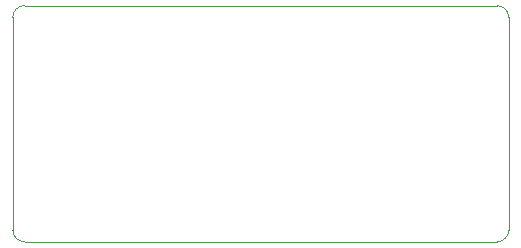
<source format=gbr>
%TF.GenerationSoftware,KiCad,Pcbnew,8.0.6*%
%TF.CreationDate,2024-12-17T20:27:34+00:00*%
%TF.ProjectId,003-UART-1602,3030332d-5541-4525-942d-313630322e6b,MkI*%
%TF.SameCoordinates,Original*%
%TF.FileFunction,Profile,NP*%
%FSLAX46Y46*%
G04 Gerber Fmt 4.6, Leading zero omitted, Abs format (unit mm)*
G04 Created by KiCad (PCBNEW 8.0.6) date 2024-12-17 20:27:34*
%MOMM*%
%LPD*%
G01*
G04 APERTURE LIST*
%TA.AperFunction,Profile*%
%ADD10C,0.050000*%
%TD*%
G04 APERTURE END LIST*
D10*
X72020000Y-61250000D02*
G75*
G02*
X73020000Y-62250000I0J-1000000D01*
G01*
X73020000Y-80250000D02*
G75*
G02*
X72020000Y-81250000I-1000000J0D01*
G01*
X31020000Y-62250000D02*
G75*
G02*
X32020000Y-61250000I1000000J0D01*
G01*
X32020000Y-81250000D02*
G75*
G02*
X31020000Y-80250000I0J1000000D01*
G01*
X72020000Y-61250000D02*
X32020000Y-61250000D01*
X73020000Y-80250000D02*
X73020000Y-62250000D01*
X32020000Y-81250000D02*
X72020000Y-81250000D01*
X31020000Y-62250000D02*
X31020000Y-80250000D01*
M02*

</source>
